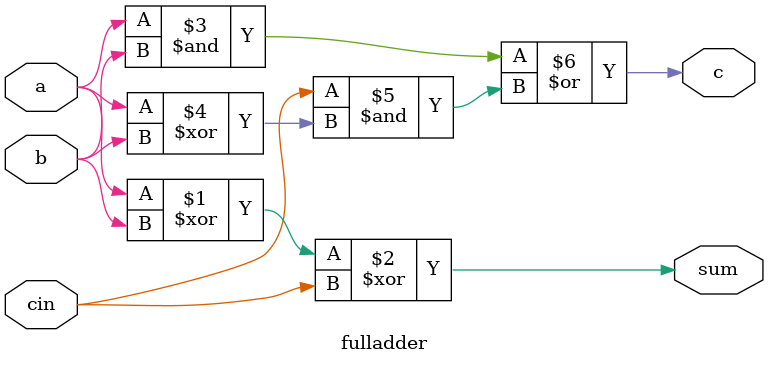
<source format=v>
module fulladder(output sum,c, input a,b,cin);
   assign sum = a^b^cin;
   assign c = (a&b)|(cin &(a^b));
endmodule 



</source>
